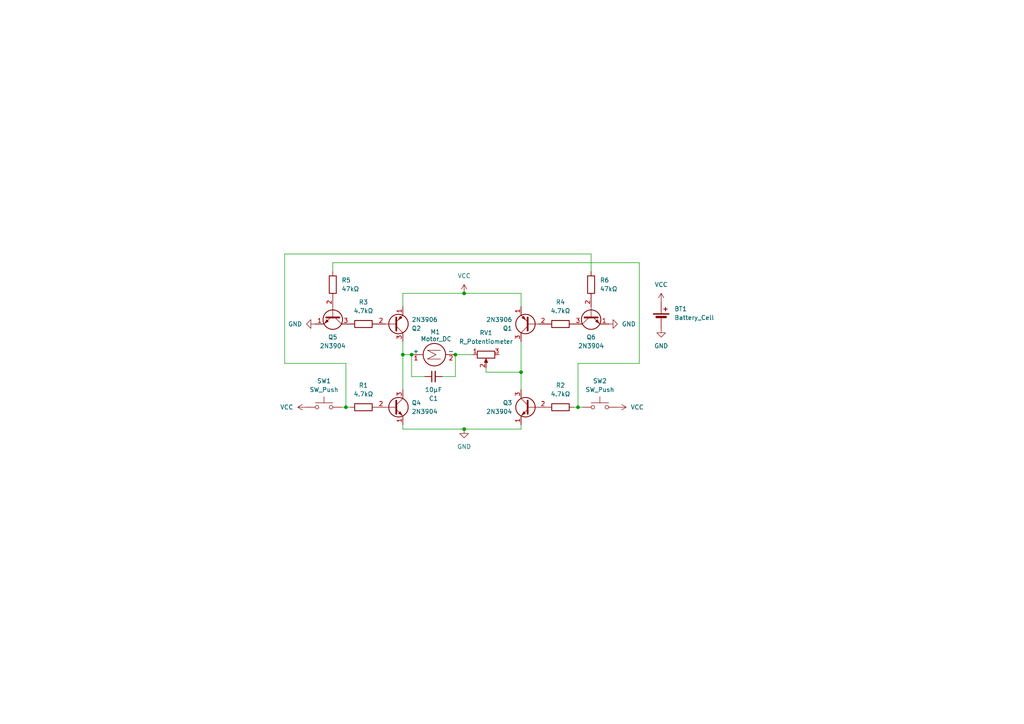
<source format=kicad_sch>
(kicad_sch (version 20250114) (generator "eeschema") (generator_version "9.0")
  (paper "A4")
  (lib_symbols
    (symbol "Device:Battery_Cell" (pin_numbers (hide yes)) (pin_names (offset 0) (hide yes))
      (property "Reference" "BT" (at 2.54 2.54 0))
      (property "Value" "Battery_Cell" (at 2.54 0 0))
      (symbol "Battery_Cell_0_1"
        (rectangle (start -2.286 1.778) (end 2.286 1.524) (fill (type outline)))
        (rectangle (start -1.524 1.016) (end 1.524 0.508) (fill (type outline)))
        (polyline (pts (xy 0 1.778) (xy 0 2.54)))
        (polyline (pts (xy 0 0.762) (xy 0 0)))
        (polyline (pts (xy 0.762 3.048) (xy 1.778 3.048)) (stroke (width 0.254)))
        (polyline (pts (xy 1.27 3.556) (xy 1.27 2.54)) (stroke (width 0.254)))
      )
      (symbol "Battery_Cell_1_1"
        (pin passive line (at 0 5.08 270) (length 2.54) (name "+") (number "1"))
        (pin passive line (at 0 -2.54 90) (length 2.54) (name "-") (number "2"))
      )
    )
    (symbol "Device:C_Small" (pin_numbers (hide yes)) (pin_names (offset 0.254) (hide yes))
      (property "Reference" "C" (at 0.254 1.778 0))
      (property "Value" "C_Small" (at 0.254 -2.032 0))
      (symbol "C_Small_0_1"
        (polyline (pts (xy -1.524 0.508) (xy 1.524 0.508)) (stroke (width 0.3048)))
        (polyline (pts (xy -1.524 -0.508) (xy 1.524 -0.508)) (stroke (width 0.3302)))
      )
      (symbol "C_Small_1_1"
        (pin passive line (at 0 2.54 270) (length 2.032) (name "~") (number "1"))
        (pin passive line (at 0 -2.54 90) (length 2.032) (name "~") (number "2"))
      )
    )
    (symbol "Device:R" (pin_numbers (hide yes)) (pin_names (offset 0))
      (property "Reference" "R" (at 2.032 0 90))
      (property "Value" "R" (at 0 0 90))
      (symbol "R_0_1"
        (rectangle (start -1.016 -2.54) (end 1.016 2.54) (stroke (width 0.254)))
      )
      (symbol "R_1_1"
        (pin passive line (at 0 3.81 270) (length 1.27) (name "~") (number "1"))
        (pin passive line (at 0 -3.81 90) (length 1.27) (name "~") (number "2"))
      )
    )
    (symbol "Device:R_Potentiometer" (pin_names (offset 1.016) (hide yes))
      (property "Reference" "RV" (at -4.445 0 90))
      (property "Value" "R_Potentiometer" (at -2.54 0 90))
      (symbol "R_Potentiometer_0_1"
        (rectangle (start 1.016 2.54) (end -1.016 -2.54) (stroke (width 0.254)))
        (polyline (pts (xy 1.143 0) (xy 2.286 0.508) (xy 2.286 -0.508) (xy 1.143 0)) (fill (type outline)))
        (polyline (pts (xy 2.54 0) (xy 1.524 0)))
      )
      (symbol "R_Potentiometer_1_1"
        (pin passive line (at 0 3.81 270) (length 1.27) (name "1") (number "1"))
        (pin passive line (at 0 -3.81 90) (length 1.27) (name "3") (number "3"))
        (pin passive line (at 3.81 0 180) (length 1.27) (name "2") (number "2"))
      )
    )
    (symbol "Motor:Motor_DC" (pin_names (offset 0))
      (property "Reference" "M" (at 2.54 2.54 0))
      (property "Value" "Motor_DC" (at 2.54 -5.08 0))
      (symbol "Motor_DC_0_0"
        (polyline (pts (xy -1.27 -3.302) (xy -1.27 0.508) (xy 0 -2.032) (xy 1.27 0.508) (xy 1.27 -3.302)))
      )
      (symbol "Motor_DC_0_1"
        (polyline (pts (xy 0 2.032) (xy 0 2.54)))
        (polyline (pts (xy 0 1.7272) (xy 0 2.0828)))
        (circle (center 0 -1.524) (radius 3.2512) (stroke (width 0.254)))
        (polyline (pts (xy 0 -4.7752) (xy 0 -5.1816)))
        (polyline (pts (xy 0 -7.62) (xy 0 -7.112)))
      )
      (symbol "Motor_DC_1_1"
        (pin passive line (at 0 5.08 270) (length 2.54) (name "+") (number "1"))
        (pin passive line (at 0 -7.62 90) (length 2.54) (name "-") (number "2"))
      )
    )
    (symbol "Switch:SW_Push" (pin_numbers (hide yes)) (pin_names (offset 1.016) (hide yes))
      (property "Reference" "SW" (at 1.27 2.54 0))
      (property "Value" "SW_Push" (at 0 -1.524 0))
      (symbol "SW_Push_0_1"
        (circle (center -2.032 0) (radius 0.508))
        (polyline (pts (xy 0 1.27) (xy 0 3.048)))
        (circle (center 2.032 0) (radius 0.508))
        (polyline (pts (xy 2.54 1.27) (xy -2.54 1.27)))
        (pin passive line (at -5.08 0 0) (length 2.54) (name "1") (number "1"))
        (pin passive line (at 5.08 0 180) (length 2.54) (name "2") (number "2"))
      )
    )
    (symbol "Transistor_BJT:2N3904" (pin_names (offset 0) (hide yes))
      (property "Reference" "Q" (at 5.08 1.905 0))
      (property "Value" "2N3904" (at 5.08 0 0))
      (symbol "2N3904_0_1"
        (polyline (pts (xy -2.54 0) (xy 0.635 0)))
        (polyline (pts (xy 0.635 1.905) (xy 0.635 -1.905)) (stroke (width 0.508)))
        (circle (center 1.27 0) (radius 2.8194) (stroke (width 0.254)))
      )
      (symbol "2N3904_1_1"
        (polyline (pts (xy 0.635 0.635) (xy 2.54 2.54)))
        (polyline (pts (xy 0.635 -0.635) (xy 2.54 -2.54)))
        (polyline (pts (xy 1.27 -1.778) (xy 1.778 -1.27) (xy 2.286 -2.286) (xy 1.27 -1.778)) (fill (type outline)))
        (pin input line (at -5.08 0 0) (length 2.54) (name "B") (number "2"))
        (pin passive line (at 2.54 5.08 270) (length 2.54) (name "C") (number "3"))
        (pin passive line (at 2.54 -5.08 90) (length 2.54) (name "E") (number "1"))
      )
    )
    (symbol "Transistor_BJT:2N3906" (pin_names (offset 0) (hide yes))
      (property "Reference" "Q" (at 5.08 1.905 0))
      (property "Value" "2N3906" (at 5.08 0 0))
      (symbol "2N3906_0_1"
        (polyline (pts (xy -2.54 0) (xy 0.635 0)))
        (polyline (pts (xy 0.635 1.905) (xy 0.635 -1.905)) (stroke (width 0.508)))
        (polyline (pts (xy 0.635 0.635) (xy 2.54 2.54)))
        (polyline (pts (xy 0.635 -0.635) (xy 2.54 -2.54)))
        (circle (center 1.27 0) (radius 2.8194) (stroke (width 0.254)))
        (polyline (pts (xy 2.286 -1.778) (xy 1.778 -2.286) (xy 1.27 -1.27) (xy 2.286 -1.778)) (fill (type outline)))
      )
      (symbol "2N3906_1_1"
        (pin input line (at -5.08 0 0) (length 2.54) (name "B") (number "2"))
        (pin passive line (at 2.54 5.08 270) (length 2.54) (name "C") (number "3"))
        (pin passive line (at 2.54 -5.08 90) (length 2.54) (name "E") (number "1"))
      )
    )
    (symbol "power:GND" (power) (pin_numbers (hide yes)) (pin_names (offset 0) (hide yes))
      (property "Value" "GND" (at 0 -3.81 0))
      (symbol "GND_0_1"
        (polyline (pts (xy 0 0) (xy 0 -1.27) (xy 1.27 -1.27) (xy 0 -2.54) (xy -1.27 -1.27) (xy 0 -1.27)))
      )
      (symbol "GND_1_1"
        (pin power_in line (at 0 0 270) (length 0) (name "~") (number "1"))
      )
    )
    (symbol "power:VCC" (power) (pin_numbers (hide yes)) (pin_names (offset 0) (hide yes))
      (property "Value" "VCC" (at 0 3.556 0))
      (symbol "VCC_0_1"
        (polyline (pts (xy -0.762 1.27) (xy 0 2.54)))
        (polyline (pts (xy 0 2.54) (xy 0.762 1.27)))
        (polyline (pts (xy 0 0) (xy 0 2.54)))
      )
      (symbol "VCC_1_1"
        (pin power_in line (at 0 0 90) (length 0) (name "~") (number "1"))
      )
    )
  )
  (junction (at 100.33 118.11))
  (junction (at 119.38 102.87))
  (junction (at 116.84 102.87))
  (junction (at 167.64 118.11))
  (junction (at 134.62 85.09))
  (junction (at 132.08 102.87))
  (junction (at 151.13 107.95))
  (junction (at 134.62 124.46))
  (wire (pts (xy 185.42 76.2) (xy 185.42 105.41)))
  (wire (pts (xy 151.13 107.95) (xy 151.13 113.03)))
  (wire (pts (xy 123.19 109.22) (xy 119.38 109.22)))
  (wire (pts (xy 151.13 123.19) (xy 151.13 124.46)))
  (wire (pts (xy 116.84 102.87) (xy 119.38 102.87)))
  (wire (pts (xy 167.64 105.41) (xy 185.42 105.41)))
  (wire (pts (xy 119.38 109.22) (xy 119.38 102.87)))
  (wire (pts (xy 116.84 123.19) (xy 116.84 124.46)))
  (wire (pts (xy 167.64 118.11) (xy 168.91 118.11)))
  (wire (pts (xy 151.13 85.09) (xy 151.13 88.9)))
  (wire (pts (xy 171.45 73.66) (xy 171.45 78.74)))
  (wire (pts (xy 96.52 76.2) (xy 185.42 76.2)))
  (wire (pts (xy 134.62 124.46) (xy 151.13 124.46)))
  (wire (pts (xy 82.55 105.41) (xy 100.33 105.41)))
  (wire (pts (xy 116.84 124.46) (xy 134.62 124.46)))
  (wire (pts (xy 99.06 118.11) (xy 100.33 118.11)))
  (wire (pts (xy 82.55 73.66) (xy 171.45 73.66)))
  (wire (pts (xy 140.97 107.95) (xy 151.13 107.95)))
  (wire (pts (xy 116.84 113.03) (xy 116.84 102.87)))
  (wire (pts (xy 128.27 109.22) (xy 132.08 109.22)))
  (wire (pts (xy 116.84 99.06) (xy 116.84 102.87)))
  (wire (pts (xy 100.33 118.11) (xy 101.6 118.11)))
  (wire (pts (xy 151.13 99.06) (xy 151.13 107.95)))
  (wire (pts (xy 132.08 109.22) (xy 132.08 102.87)))
  (wire (pts (xy 116.84 85.09) (xy 134.62 85.09)))
  (wire (pts (xy 140.97 107.95) (xy 140.97 106.68)))
  (wire (pts (xy 166.37 118.11) (xy 167.64 118.11)))
  (wire (pts (xy 134.62 85.09) (xy 151.13 85.09)))
  (wire (pts (xy 116.84 85.09) (xy 116.84 88.9)))
  (wire (pts (xy 167.64 105.41) (xy 167.64 118.11)))
  (wire (pts (xy 100.33 105.41) (xy 100.33 118.11)))
  (wire (pts (xy 82.55 73.66) (xy 82.55 105.41)))
  (wire (pts (xy 96.52 76.2) (xy 96.52 78.74)))
  (wire (pts (xy 132.08 102.87) (xy 137.16 102.87)))
  (symbol (lib_id "Device:R") (at 162.56 93.98 90) (unit 1)
    (property "Reference" "R4" (at 162.56 87.63 90))
    (property "Value" "4.7kΩ" (at 162.56 90.17 90))
    (property "Footprint" "Resistor_THT:R_Axial_DIN0207_L6.3mm_D2.5mm_P7.62mm_Horizontal" (effects (hide yes)))
    (property "Description" "Resistor" (effects (hide yes)))
  )
  (symbol (lib_id "Transistor_BJT:2N3904") (at 171.45 91.44 90) (mirror x) (unit 1)
    (property "Reference" "Q6" (at 171.45 97.79 90))
    (property "Value" "2N3904" (at 171.45 100.33 90))
    (property "Footprint" "Package_TO_SOT_THT:TO-92L_HandSolder" (effects (hide yes)))
    (property "Datasheet" "https://www.onsemi.com/pub/Collateral/2N3903-D.PDF" (effects (hide yes)))
    (property "Description" "0.2A Ic, 40V Vce, Small Signal NPN Transistor, TO-92" (effects (hide yes)))
  )
  (symbol (lib_id "Transistor_BJT:2N3904") (at 96.52 91.44 270) (unit 1)
    (property "Reference" "Q5" (at 96.52 97.79 90))
    (property "Value" "2N3904" (at 96.52 100.33 90))
    (property "Footprint" "Package_TO_SOT_THT:TO-92L_HandSolder" (effects (hide yes)))
    (property "Datasheet" "https://www.onsemi.com/pub/Collateral/2N3903-D.PDF" (effects (hide yes)))
    (property "Description" "0.2A Ic, 40V Vce, Small Signal NPN Transistor, TO-92" (effects (hide yes)))
  )
  (symbol (lib_id "Transistor_BJT:2N3904") (at 114.3 118.11 0) (unit 1)
    (property "Reference" "Q4" (at 119.38 116.8399 0) (effects (justify left)))
    (property "Value" "2N3904" (at 119.38 119.3799 0) (effects (justify left)))
    (property "Footprint" "Package_TO_SOT_THT:TO-92L_HandSolder" (effects (hide yes)))
    (property "Datasheet" "https://www.onsemi.com/pub/Collateral/2N3903-D.PDF" (effects (hide yes)))
    (property "Description" "0.2A Ic, 40V Vce, Small Signal NPN Transistor, TO-92" (effects (hide yes)))
  )
  (symbol (lib_id "power:VCC") (at 191.77 87.63 0) (unit 1)
    (property "Reference" "#PWR07" (effects (hide yes)))
    (property "Value" "VCC" (at 191.77 82.55 0))
    (property "Description" "Power symbol creates a global label with name \"VCC\"" (effects (hide yes)))
  )
  (symbol (lib_id "Transistor_BJT:2N3904") (at 153.67 118.11 0) (mirror y) (unit 1)
    (property "Reference" "Q3" (at 148.59 116.8399 0) (effects (justify left)))
    (property "Value" "2N3904" (at 148.59 119.3799 0) (effects (justify left)))
    (property "Footprint" "Package_TO_SOT_THT:TO-92L_HandSolder" (effects (hide yes)))
    (property "Datasheet" "https://www.onsemi.com/pub/Collateral/2N3903-D.PDF" (effects (hide yes)))
    (property "Description" "0.2A Ic, 40V Vce, Small Signal NPN Transistor, TO-92" (effects (hide yes)))
  )
  (symbol (lib_id "Device:R") (at 171.45 82.55 0) (unit 1)
    (property "Reference" "R6" (at 173.99 81.2799 0) (effects (justify left)))
    (property "Value" "47kΩ" (at 173.99 83.8199 0) (effects (justify left)))
    (property "Footprint" "Resistor_THT:R_Axial_DIN0207_L6.3mm_D2.5mm_P7.62mm_Horizontal" (effects (hide yes)))
    (property "Description" "Resistor" (effects (hide yes)))
  )
  (symbol (lib_id "Device:R") (at 105.41 118.11 90) (unit 1)
    (property "Reference" "R1" (at 105.41 111.76 90))
    (property "Value" "4.7kΩ" (at 105.41 114.3 90))
    (property "Footprint" "Resistor_THT:R_Axial_DIN0207_L6.3mm_D2.5mm_P7.62mm_Horizontal" (effects (hide yes)))
    (property "Description" "Resistor" (effects (hide yes)))
  )
  (symbol (lib_id "power:VCC") (at 134.62 85.09 0) (unit 1)
    (property "Reference" "#PWR01" (effects (hide yes)))
    (property "Value" "VCC" (at 134.62 80.01 0))
    (property "Description" "Power symbol creates a global label with name \"VCC\"" (effects (hide yes)))
  )
  (symbol (lib_id "power:VCC") (at 88.9 118.11 90) (unit 1)
    (property "Reference" "#PWR06" (effects (hide yes)))
    (property "Value" "VCC" (at 85.09 118.1099 90) (effects (justify left)))
    (property "Description" "Power symbol creates a global label with name \"VCC\"" (effects (hide yes)))
  )
  (symbol (lib_id "power:GND") (at 191.77 95.25 0) (unit 1)
    (property "Reference" "#PWR08" (effects (hide yes)))
    (property "Value" "GND" (at 191.77 100.33 0))
    (property "Description" "Power symbol creates a global label with name \"GND\" , ground" (effects (hide yes)))
  )
  (symbol (lib_id "Switch:SW_Push") (at 93.98 118.11 0) (unit 1)
    (property "Reference" "SW1" (at 93.98 110.49 0))
    (property "Value" "SW_Push" (at 93.98 113.03 0))
    (property "Footprint" "Button_Switch_THT:SW_PUSH_6mm_H5mm" (effects (hide yes)))
    (property "Description" "Push button switch, generic, two pins" (effects (hide yes)))
  )
  (symbol (lib_id "power:GND") (at 91.44 93.98 270) (unit 1)
    (property "Reference" "#PWR03" (effects (hide yes)))
    (property "Value" "GND" (at 87.63 93.9799 90) (effects (justify right)))
    (property "Description" "Power symbol creates a global label with name \"GND\" , ground" (effects (hide yes)))
  )
  (symbol (lib_id "Device:R_Potentiometer") (at 140.97 102.87 90) (mirror x) (unit 1)
    (property "Reference" "RV1" (at 140.97 96.52 90))
    (property "Value" "R_Potentiometer" (at 140.97 99.06 90))
    (property "Footprint" "Potentiometer_THT:Potentiometer_Vishay_T73YP_Vertical" (effects (hide yes)))
    (property "Description" "Potentiometer" (effects (hide yes)))
  )
  (symbol (lib_id "Device:Battery_Cell") (at 191.77 92.71 0) (unit 1)
    (property "Reference" "BT1" (at 195.58 89.5984 0) (effects (justify left)))
    (property "Value" "Battery_Cell" (at 195.58 92.1384 0) (effects (justify left)))
    (property "Footprint" "Battery:BatteryHolder_Keystone_3034_1x20mm" (effects (hide yes)))
    (property "Description" "Single-cell battery" (effects (hide yes)))
  )
  (symbol (lib_id "Device:C_Small") (at 125.73 109.22 90) (mirror x) (unit 1)
    (property "Reference" "C1" (at 125.7363 115.57 90))
    (property "Value" "10μF" (at 125.7363 113.03 90))
    (property "Footprint" "Capacitor_THT:CP_Radial_D8.0mm_P5.00mm" (effects (hide yes)))
    (property "Description" "Unpolarized capacitor, small symbol" (effects (hide yes)))
  )
  (symbol (lib_id "Switch:SW_Push") (at 173.99 118.11 0) (unit 1)
    (property "Reference" "SW2" (at 173.99 110.49 0))
    (property "Value" "SW_Push" (at 173.99 113.03 0))
    (property "Footprint" "Button_Switch_THT:SW_PUSH_6mm_H5mm" (effects (hide yes)))
    (property "Description" "Push button switch, generic, two pins" (effects (hide yes)))
  )
  (symbol (lib_id "Device:R") (at 162.56 118.11 90) (unit 1)
    (property "Reference" "R2" (at 162.56 111.76 90))
    (property "Value" "4.7kΩ" (at 162.56 114.3 90))
    (property "Footprint" "Resistor_THT:R_Axial_DIN0207_L6.3mm_D2.5mm_P7.62mm_Horizontal" (effects (hide yes)))
    (property "Description" "Resistor" (effects (hide yes)))
  )
  (symbol (lib_id "Motor:Motor_DC") (at 124.46 102.87 90) (unit 1)
    (property "Reference" "M1" (at 126.238 96.266 90))
    (property "Value" "Motor_DC" (at 126.492 98.298 90))
    (property "Footprint" "Connector_PinHeader_2.54mm:PinHeader_1x02_P2.54mm_Vertical" (effects (hide yes)))
    (property "Description" "DC Motor" (effects (hide yes)))
  )
  (symbol (lib_id "Device:R") (at 96.52 82.55 0) (unit 1)
    (property "Reference" "R5" (at 99.06 81.2799 0) (effects (justify left)))
    (property "Value" "47kΩ" (at 99.06 83.8199 0) (effects (justify left)))
    (property "Footprint" "Resistor_THT:R_Axial_DIN0207_L6.3mm_D2.5mm_P7.62mm_Horizontal" (effects (hide yes)))
    (property "Description" "Resistor" (effects (hide yes)))
  )
  (symbol (lib_id "power:VCC") (at 179.07 118.11 270) (unit 1)
    (property "Reference" "#PWR05" (effects (hide yes)))
    (property "Value" "VCC" (at 182.88 118.1099 90) (effects (justify left)))
    (property "Description" "Power symbol creates a global label with name \"VCC\"" (effects (hide yes)))
  )
  (symbol (lib_id "power:GND") (at 176.53 93.98 90) (unit 1)
    (property "Reference" "#PWR09" (effects (hide yes)))
    (property "Value" "GND" (at 180.34 93.9799 90) (effects (justify right)))
    (property "Description" "Power symbol creates a global label with name \"GND\" , ground" (effects (hide yes)))
  )
  (symbol (lib_id "Device:R") (at 105.41 93.98 90) (unit 1)
    (property "Reference" "R3" (at 105.41 87.63 90))
    (property "Value" "4.7kΩ" (at 105.41 90.17 90))
    (property "Footprint" "Resistor_THT:R_Axial_DIN0207_L6.3mm_D2.5mm_P7.62mm_Horizontal" (effects (hide yes)))
    (property "Description" "Resistor" (effects (hide yes)))
  )
  (symbol (lib_id "Transistor_BJT:2N3906") (at 153.67 93.98 180) (unit 1)
    (property "Reference" "Q1" (at 148.59 95.2501 0) (effects (justify left)))
    (property "Value" "2N3906" (at 148.59 92.7101 0) (effects (justify left)))
    (property "Footprint" "Package_TO_SOT_THT:TO-92L_HandSolder" (effects (hide yes)))
    (property "Datasheet" "https://www.onsemi.com/pub/Collateral/2N3906-D.PDF" (effects (hide yes)))
    (property "Description" "-0.2A Ic, -40V Vce, Small Signal PNP Transistor, TO-92" (effects (hide yes)))
  )
  (symbol (lib_id "Transistor_BJT:2N3906") (at 114.3 93.98 0) (mirror x) (unit 1)
    (property "Reference" "Q2" (at 119.38 95.2501 0) (effects (justify left)))
    (property "Value" "2N3906" (at 119.38 92.7101 0) (effects (justify left)))
    (property "Footprint" "Package_TO_SOT_THT:TO-92L_HandSolder" (effects (hide yes)))
    (property "Datasheet" "https://www.onsemi.com/pub/Collateral/2N3906-D.PDF" (effects (hide yes)))
    (property "Description" "-0.2A Ic, -40V Vce, Small Signal PNP Transistor, TO-92" (effects (hide yes)))
  )
  (symbol (lib_id "power:GND") (at 134.62 124.46 0) (unit 1)
    (property "Reference" "#PWR02" (effects (hide yes)))
    (property "Value" "GND" (at 134.62 129.54 0))
    (property "Description" "Power symbol creates a global label with name \"GND\" , ground" (effects (hide yes)))
  )
)
</source>
